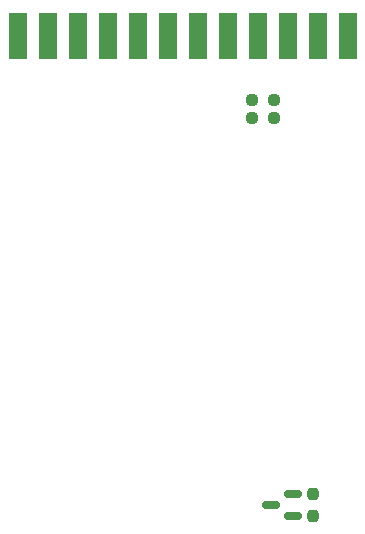
<source format=gbp>
%TF.GenerationSoftware,KiCad,Pcbnew,9.0.0-9.0.0-2~ubuntu24.04.1*%
%TF.CreationDate,2025-02-26T14:58:08+01:00*%
%TF.ProjectId,SupplyBoard,53757070-6c79-4426-9f61-72642e6b6963,rev?*%
%TF.SameCoordinates,Original*%
%TF.FileFunction,Paste,Bot*%
%TF.FilePolarity,Positive*%
%FSLAX46Y46*%
G04 Gerber Fmt 4.6, Leading zero omitted, Abs format (unit mm)*
G04 Created by KiCad (PCBNEW 9.0.0-9.0.0-2~ubuntu24.04.1) date 2025-02-26 14:58:08*
%MOMM*%
%LPD*%
G01*
G04 APERTURE LIST*
G04 Aperture macros list*
%AMRoundRect*
0 Rectangle with rounded corners*
0 $1 Rounding radius*
0 $2 $3 $4 $5 $6 $7 $8 $9 X,Y pos of 4 corners*
0 Add a 4 corners polygon primitive as box body*
4,1,4,$2,$3,$4,$5,$6,$7,$8,$9,$2,$3,0*
0 Add four circle primitives for the rounded corners*
1,1,$1+$1,$2,$3*
1,1,$1+$1,$4,$5*
1,1,$1+$1,$6,$7*
1,1,$1+$1,$8,$9*
0 Add four rect primitives between the rounded corners*
20,1,$1+$1,$2,$3,$4,$5,0*
20,1,$1+$1,$4,$5,$6,$7,0*
20,1,$1+$1,$6,$7,$8,$9,0*
20,1,$1+$1,$8,$9,$2,$3,0*%
G04 Aperture macros list end*
%ADD10RoundRect,0.237500X-0.237500X0.250000X-0.237500X-0.250000X0.237500X-0.250000X0.237500X0.250000X0*%
%ADD11R,1.500000X4.000000*%
%ADD12RoundRect,0.237500X-0.250000X-0.237500X0.250000X-0.237500X0.250000X0.237500X-0.250000X0.237500X0*%
%ADD13RoundRect,0.150000X0.587500X0.150000X-0.587500X0.150000X-0.587500X-0.150000X0.587500X-0.150000X0*%
G04 APERTURE END LIST*
D10*
%TO.C,R15*%
X188468000Y-91797500D03*
X188468000Y-93622500D03*
%TD*%
D11*
%TO.C,J3*%
X191390000Y-53000000D03*
X188850000Y-53000000D03*
X186310000Y-53000000D03*
X183770000Y-53000000D03*
X181230000Y-53000000D03*
X178690000Y-53000000D03*
X176150000Y-53000000D03*
X173610000Y-53000000D03*
X171070000Y-53000000D03*
X168530000Y-53000000D03*
X165990000Y-53000000D03*
X163450000Y-53000000D03*
%TD*%
D12*
%TO.C,R23*%
X183341000Y-58449000D03*
X185166000Y-58449000D03*
%TD*%
D13*
%TO.C,Q2*%
X186740800Y-91795600D03*
X186740800Y-93695600D03*
X184865800Y-92745600D03*
%TD*%
D12*
%TO.C,R22*%
X183341000Y-59944000D03*
X185166000Y-59944000D03*
%TD*%
M02*

</source>
